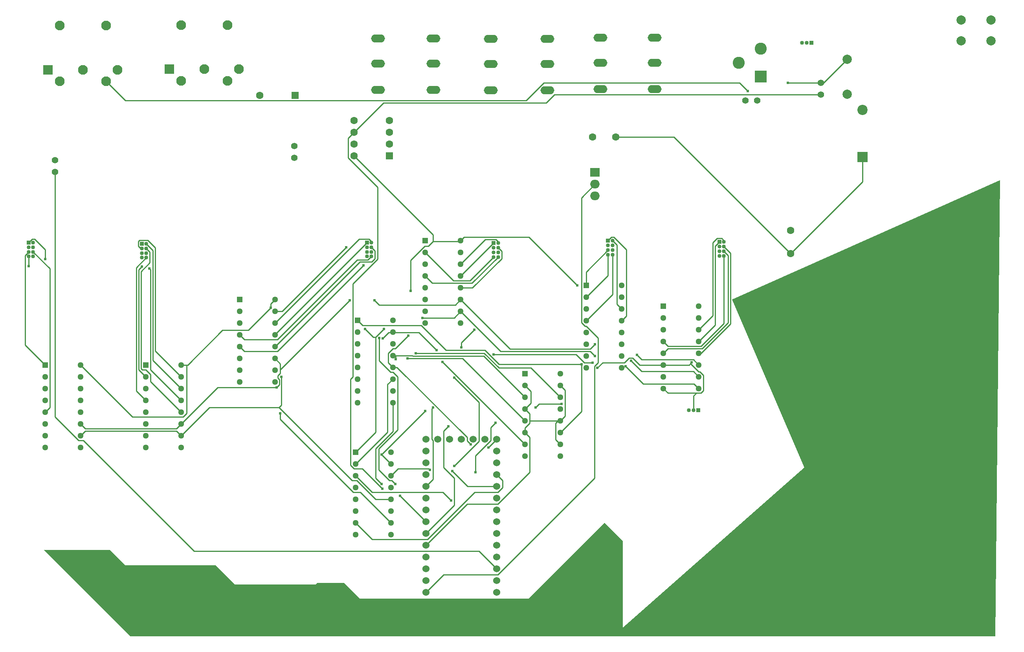
<source format=gtl>
G04 Layer: TopLayer*
G04 EasyEDA Pro v2.2.35.2, 2025-01-29 23:55:14*
G04 Gerber Generator version 0.3*
G04 Scale: 100 percent, Rotated: No, Reflected: No*
G04 Dimensions in millimeters*
G04 Leading zeros omitted, absolute positions, 4 integers and 5 decimals*
%FSLAX45Y45*%
%MOMM*%
%ADD10C,2.0*%
%ADD11C,1.2*%
%ADD12O,3.008X1.708*%
%ADD13R,1.2954X1.2954*%
%ADD14C,1.2954*%
%ADD15C,1.6*%
%ADD16C,1.4035*%
%ADD17C,1.4*%
%ADD18R,2.2X2.2*%
%ADD19C,2.2*%
%ADD20R,1.6X1.6*%
%ADD21R,2.6X2.6*%
%ADD22C,2.6*%
%ADD23C,1.53*%
%ADD24R,2.1X2.1*%
%ADD25C,2.1*%
%ADD26R,1.6X1.6*%
%ADD27R,2.0X1.905*%
%ADD28O,2.0X1.905*%
%ADD29R,0.85X0.85*%
%ADD30C,0.85*%
%ADD31R,0.85X0.85*%
%ADD32C,0.61*%
%ADD33C,0.254*%
G75*


G04 PolygonModel Start*
G36*
G01X13081000Y-13373100D02*
G01X16992600Y-9918700D01*
G01X15436137Y-6299200D01*
G01X21209000Y-3721100D01*
G01X21107400Y-13563600D01*
G01X2476500Y-13563600D01*
G01X609600Y-11696700D01*
G01X2032000Y-11696700D01*
G01X2362200Y-12026900D01*
G01X4305300Y-12026900D01*
G01X4724400Y-12446000D01*
G01X6464300Y-12446000D01*
G01X6502400Y-12407900D01*
G01X7073900Y-12407900D01*
G01X7416800Y-12750800D01*
G01X11049000Y-12750800D01*
G01X12687300Y-11112500D01*
G01X13081000Y-11506200D01*
G01X13081000Y-13373100D01*
G37*

G04 Pad Start*
G54D10*
G01X21020800Y-266700D03*
G01X20370800Y-266700D03*
G01X21020800Y-716700D03*
G01X20370800Y-716700D03*
G54D11*
G01X10301200Y-1216300D03*
G01X10171200Y-676300D03*
G01X10301200Y-1786300D03*
G01X10301200Y-676300D03*
G01X10171200Y-1216300D03*
G01X10171200Y-1786300D03*
G54D12*
G01X10236200Y-676300D03*
G01X10236200Y-1216300D03*
G01X10236200Y-1786300D03*
G54D13*
G01X7327900Y-9588500D03*
G54D14*
G01X7327900Y-9842500D03*
G01X7327900Y-10096500D03*
G01X7327900Y-10350500D03*
G01X7327900Y-10604500D03*
G01X7327900Y-10858500D03*
G01X7327900Y-11112500D03*
G01X7327900Y-11366500D03*
G01X8089900Y-11366500D03*
G01X8089900Y-11112500D03*
G01X8089900Y-10858500D03*
G01X8089900Y-10604500D03*
G01X8089900Y-10350500D03*
G01X8089900Y-10096500D03*
G01X8089900Y-9842500D03*
G01X8089900Y-9588500D03*
G54D10*
G01X17919700Y-1117600D03*
G01X17919700Y-1867600D03*
G54D15*
G01X12928600Y-2794000D03*
G01X12428600Y-2794000D03*
G01X16700500Y-5308600D03*
G01X16700500Y-4808600D03*
G54D17*
G01X6007100Y-3238500D03*
G01X6007100Y-2984500D03*
G54D18*
G01X18249900Y-3225800D03*
G54D19*
G01X18249900Y-2209800D03*
G54D20*
G01X6019800Y-1892300D03*
G54D15*
G01X5257800Y-1892300D03*
G54D21*
G01X16052800Y-1485900D03*
G54D22*
G01X16052800Y-885900D03*
G01X15582800Y-1185900D03*
G54D23*
G01X10363200Y-12357100D03*
G01X10363200Y-12103100D03*
G01X10363200Y-11849100D03*
G01X10363200Y-11595100D03*
G01X9855200Y-9309100D03*
G01X8839200Y-12103100D03*
G01X10363200Y-11341100D03*
G01X10363200Y-11087100D03*
G01X10363200Y-10833100D03*
G01X10363200Y-10579100D03*
G01X10363200Y-10325100D03*
G01X10363200Y-10071100D03*
G01X10363200Y-9817100D03*
G01X10363200Y-9563100D03*
G01X10363200Y-9309100D03*
G01X8839200Y-9309100D03*
G01X8839200Y-9563100D03*
G01X8839200Y-9817100D03*
G01X8839200Y-10071100D03*
G01X8839200Y-10325100D03*
G01X8839200Y-10579100D03*
G01X8839200Y-10833100D03*
G01X8839200Y-11087100D03*
G01X8839200Y-11341100D03*
G01X8839200Y-11595100D03*
G01X8839200Y-11849100D03*
G01X10363200Y-12611100D03*
G01X9601200Y-9309100D03*
G01X8839200Y-12357100D03*
G01X9093200Y-9309100D03*
G01X9347200Y-9309100D03*
G01X10109200Y-9309100D03*
G01X8839200Y-12611100D03*
G54D13*
G01X10972800Y-7899400D03*
G54D14*
G01X10972800Y-8153400D03*
G01X10972800Y-8407400D03*
G01X10972800Y-8661400D03*
G01X10972800Y-8915400D03*
G01X10972800Y-9169400D03*
G01X10972800Y-9423400D03*
G01X10972800Y-9677400D03*
G01X11734800Y-9677400D03*
G01X11734800Y-9423400D03*
G01X11734800Y-9169400D03*
G01X11734800Y-8915400D03*
G01X11734800Y-8661400D03*
G01X11734800Y-8407400D03*
G01X11734800Y-8153400D03*
G01X11734800Y-7899400D03*
G54D24*
G01X3314000Y-1325900D03*
G54D25*
G01X4064000Y-1325900D03*
G01X4814000Y-1325900D03*
G01X3564000Y-1575900D03*
G01X4564000Y-1575900D03*
G01X4564000Y-375900D03*
G01X3564000Y-375900D03*
G54D13*
G01X4826000Y-6299200D03*
G54D14*
G01X4826000Y-6553200D03*
G01X4826000Y-6807200D03*
G01X4826000Y-7061200D03*
G01X4826000Y-7315200D03*
G01X4826000Y-7569200D03*
G01X4826000Y-7823200D03*
G01X4826000Y-8077200D03*
G01X5588000Y-8077200D03*
G01X5588000Y-7823200D03*
G01X5588000Y-7569200D03*
G01X5588000Y-7315200D03*
G01X5588000Y-7061200D03*
G01X5588000Y-6807200D03*
G01X5588000Y-6553200D03*
G01X5588000Y-6299200D03*
G54D13*
G01X7366000Y-6743700D03*
G54D14*
G01X7366000Y-6997700D03*
G01X7366000Y-7251700D03*
G01X7366000Y-7505700D03*
G01X7366000Y-7759700D03*
G01X7366000Y-8013700D03*
G01X7366000Y-8267700D03*
G01X7366000Y-8521700D03*
G01X8128000Y-8521700D03*
G01X8128000Y-8267700D03*
G01X8128000Y-8013700D03*
G01X8128000Y-7759700D03*
G01X8128000Y-7505700D03*
G01X8128000Y-7251700D03*
G01X8128000Y-6997700D03*
G01X8128000Y-6743700D03*
G54D11*
G01X12663400Y-1190900D03*
G01X12533400Y-650900D03*
G01X12663400Y-1760900D03*
G01X12663400Y-650900D03*
G01X12533400Y-1190900D03*
G01X12533400Y-1760900D03*
G54D12*
G01X12598400Y-650900D03*
G01X12598400Y-1190900D03*
G01X12598400Y-1760900D03*
G54D13*
G01X2806700Y-7708900D03*
G54D14*
G01X2806700Y-7962900D03*
G01X2806700Y-8216900D03*
G01X2806700Y-8470900D03*
G01X2806700Y-8724900D03*
G01X2806700Y-8978900D03*
G01X2806700Y-9232900D03*
G01X2806700Y-9486900D03*
G01X3568700Y-9486900D03*
G01X3568700Y-9232900D03*
G01X3568700Y-8978900D03*
G01X3568700Y-8724900D03*
G01X3568700Y-8470900D03*
G01X3568700Y-8216900D03*
G01X3568700Y-7962900D03*
G01X3568700Y-7708900D03*
G54D11*
G01X13831800Y-1190900D03*
G01X13701800Y-650900D03*
G01X13831800Y-1760900D03*
G01X13831800Y-650900D03*
G01X13701800Y-1190900D03*
G01X13701800Y-1760900D03*
G54D12*
G01X13766800Y-650900D03*
G01X13766800Y-1190900D03*
G01X13766800Y-1760900D03*
G54D17*
G01X17348200Y-1625600D03*
G01X17348200Y-1879600D03*
G54D13*
G01X13957300Y-6438900D03*
G54D14*
G01X13957300Y-6692900D03*
G01X13957300Y-6946900D03*
G01X13957300Y-7200900D03*
G01X13957300Y-7454900D03*
G01X13957300Y-7708900D03*
G01X13957300Y-7962900D03*
G01X13957300Y-8216900D03*
G01X14719300Y-8216900D03*
G01X14719300Y-7962900D03*
G01X14719300Y-7708900D03*
G01X14719300Y-7454900D03*
G01X14719300Y-7200900D03*
G01X14719300Y-6946900D03*
G01X14719300Y-6692900D03*
G01X14719300Y-6438900D03*
G54D26*
G01X8051800Y-3200400D03*
G54D15*
G01X8051800Y-2946400D03*
G01X8051800Y-2692400D03*
G01X8051800Y-2438400D03*
G01X7289800Y-2438400D03*
G01X7289800Y-2692400D03*
G01X7289800Y-2946400D03*
G01X7289800Y-3200400D03*
G54D13*
G01X12293600Y-5994400D03*
G54D14*
G01X12293600Y-6248400D03*
G01X12293600Y-6502400D03*
G01X12293600Y-6756400D03*
G01X12293600Y-7010400D03*
G01X12293600Y-7264400D03*
G01X12293600Y-7518400D03*
G01X12293600Y-7772400D03*
G01X13055600Y-7772400D03*
G01X13055600Y-7518400D03*
G01X13055600Y-7264400D03*
G01X13055600Y-7010400D03*
G01X13055600Y-6756400D03*
G01X13055600Y-6502400D03*
G01X13055600Y-6248400D03*
G01X13055600Y-5994400D03*
G54D13*
G01X635000Y-7708900D03*
G54D14*
G01X635000Y-7962900D03*
G01X635000Y-8216900D03*
G01X635000Y-8470900D03*
G01X635000Y-8724900D03*
G01X635000Y-8978900D03*
G01X635000Y-9232900D03*
G01X635000Y-9486900D03*
G01X1397000Y-9486900D03*
G01X1397000Y-9232900D03*
G01X1397000Y-8978900D03*
G01X1397000Y-8724900D03*
G01X1397000Y-8470900D03*
G01X1397000Y-8216900D03*
G01X1397000Y-7962900D03*
G01X1397000Y-7708900D03*
G54D11*
G01X11520400Y-1216300D03*
G01X11390400Y-676300D03*
G01X11520400Y-1786300D03*
G01X11520400Y-676300D03*
G01X11390400Y-1216300D03*
G01X11390400Y-1786300D03*
G54D12*
G01X11455400Y-676300D03*
G01X11455400Y-1216300D03*
G01X11455400Y-1786300D03*
G54D13*
G01X8826500Y-5029200D03*
G54D14*
G01X8826500Y-5283200D03*
G01X8826500Y-5537200D03*
G01X8826500Y-5791200D03*
G01X8826500Y-6045200D03*
G01X8826500Y-6299200D03*
G01X8826500Y-6553200D03*
G01X8826500Y-6807200D03*
G01X9588500Y-6807200D03*
G01X9588500Y-6553200D03*
G01X9588500Y-6299200D03*
G01X9588500Y-6045200D03*
G01X9588500Y-5791200D03*
G01X9588500Y-5537200D03*
G01X9588500Y-5283200D03*
G01X9588500Y-5029200D03*
G54D24*
G01X697800Y-1338600D03*
G54D25*
G01X1447800Y-1338600D03*
G01X2197800Y-1338600D03*
G01X947800Y-1588600D03*
G01X1947800Y-1588600D03*
G01X1947800Y-388600D03*
G01X947800Y-388600D03*
G54D17*
G01X850900Y-3289300D03*
G01X850900Y-3543300D03*
G54D11*
G01X9069300Y-1203600D03*
G01X8939300Y-663600D03*
G01X9069300Y-1773600D03*
G01X9069300Y-663600D03*
G01X8939300Y-1203600D03*
G01X8939300Y-1773600D03*
G54D12*
G01X9004300Y-663600D03*
G01X9004300Y-1203600D03*
G01X9004300Y-1773600D03*
G54D27*
G01X12484100Y-3556000D03*
G54D28*
G01X12484100Y-3810000D03*
G01X12484100Y-4064000D03*
G54D11*
G01X7875500Y-1203600D03*
G01X7745500Y-663600D03*
G01X7875500Y-1773600D03*
G01X7875500Y-663600D03*
G01X7745500Y-1203600D03*
G01X7745500Y-1773600D03*
G54D12*
G01X7810500Y-663600D03*
G01X7810500Y-1203600D03*
G01X7810500Y-1773600D03*
G54D17*
G01X15722600Y-2006600D03*
G01X15976600Y-2006600D03*
G54D29*
G01X279400Y-5067300D03*
G54D30*
G01X379400Y-5067300D03*
G01X279400Y-5167300D03*
G01X379400Y-5167300D03*
G01X279400Y-5267300D03*
G01X379400Y-5267300D03*
G01X279400Y-5367300D03*
G01X379400Y-5367300D03*
G54D29*
G01X2717800Y-5092700D03*
G54D30*
G01X2817800Y-5092700D03*
G01X2717800Y-5192700D03*
G01X2817800Y-5192700D03*
G01X2717800Y-5292700D03*
G01X2817800Y-5292700D03*
G01X2717800Y-5392700D03*
G01X2817800Y-5392700D03*
G54D29*
G01X7569200Y-5067300D03*
G54D30*
G01X7669200Y-5067300D03*
G01X7569200Y-5167300D03*
G01X7669200Y-5167300D03*
G01X7569200Y-5267300D03*
G01X7669200Y-5267300D03*
G01X7569200Y-5367300D03*
G01X7669200Y-5367300D03*
G54D29*
G01X10299700Y-5080000D03*
G54D30*
G01X10399700Y-5080000D03*
G01X10299700Y-5180000D03*
G01X10399700Y-5180000D03*
G01X10299700Y-5280000D03*
G01X10399700Y-5280000D03*
G01X10299700Y-5380000D03*
G01X10399700Y-5380000D03*
G54D29*
G01X12763500Y-5029200D03*
G54D30*
G01X12863500Y-5029200D03*
G01X12763500Y-5129200D03*
G01X12863500Y-5129200D03*
G01X12763500Y-5229200D03*
G01X12863500Y-5229200D03*
G01X12763500Y-5329200D03*
G01X12863500Y-5329200D03*
G54D29*
G01X15163800Y-5054600D03*
G54D30*
G01X15263800Y-5054600D03*
G01X15163800Y-5154600D03*
G01X15263800Y-5154600D03*
G01X15163800Y-5254600D03*
G01X15263800Y-5254600D03*
G01X15163800Y-5354600D03*
G01X15263800Y-5354600D03*
G54D31*
G01X17145000Y-762000D03*
G54D30*
G01X17045000Y-762000D03*
G01X16945000Y-762000D03*
G54D31*
G01X14706600Y-8686800D03*
G54D30*
G01X14606600Y-8686800D03*
G01X14506600Y-8686800D03*
G04 Pad End*

G04 Via Start*
G54D32*
G01X9906000Y-10020300D03*
G01X10337800Y-8953500D03*
G01X11201400Y-8623300D03*
G01X11760200Y-8547100D03*
G01X7937500Y-6934200D03*
G01X8509000Y-6108700D03*
G01X7531100Y-6934200D03*
G01X5499100Y-6477000D03*
G01X12103100Y-5994400D03*
G01X16637000Y-1625600D03*
G01X9601200Y-7327900D03*
G01X9880600Y-6946900D03*
G01X9448800Y-7983900D03*
G01X9448800Y-9888900D03*
G01X8991600Y-8623300D03*
G01X8280400Y-10528300D03*
G01X8178800Y-10274300D03*
G01X7835900Y-7124700D03*
G01X9321800Y-9029700D03*
G01X635000Y-5422900D03*
G01X279400Y-5575300D03*
G01X2882900Y-5626100D03*
G01X2717800Y-5588000D03*
G01X7126300Y-5167300D03*
G01X7493000Y-5562600D03*
G01X14566900Y-7653400D03*
G01X12534900Y-7772400D03*
G01X9385300Y-10629900D03*
G01X9410700Y-9994900D03*
G01X8928100Y-9969500D03*
G01X10185400Y-9486900D03*
G01X7899400Y-10375900D03*
G01X7886700Y-10274300D03*
G01X5702300Y-8750300D03*
G01X5626100Y-8191500D03*
G01X7200900Y-6311900D03*
G01X7734300Y-6311900D03*
G01X12484100Y-7264400D03*
G01X13385800Y-7493000D03*
G01X5727700Y-7962900D03*
G01X8763000Y-6692900D03*
G01X12484100Y-7518400D03*
G01X13258800Y-7620000D03*
G01X7886700Y-9639300D03*
G01X8826500Y-8699500D03*
G01X10299700Y-7480300D03*
G01X12433300Y-7658100D03*
G01X13144500Y-7734300D03*
G01X8191500Y-7581900D03*
G01X8445500Y-7569200D03*
G01X9194800Y-7645400D03*
G01X9067800Y-7391400D03*
G01X7912100Y-7137400D03*
G01X9804400Y-9423400D03*
G01X8458200Y-7073900D03*
G01X12192000Y-7696200D03*
G01X8623300Y-7454900D03*
G01X15777000Y-1803400D03*
G04 Via End*

G04 Track Start*
G54D33*
G01X9906000Y-10020300D02*
G01X9906000Y-9664700D01*
G01X10236200Y-9334500D01*
G01X10236200Y-9055100D01*
G01X10337800Y-8953500D01*
G01X11201400Y-8623300D02*
G01X11277600Y-8547100D01*
G01X11760200Y-8547100D01*
G01X7327900Y-9588500D02*
G01X7759700Y-9156700D01*
G01X7759700Y-7112000D01*
G01X7937500Y-6934200D01*
G01X8509000Y-6108700D02*
G01X8509000Y-5448300D01*
G01X8813800Y-5143500D01*
G01X8890000Y-5143500D01*
G01X8991600Y-5041900D01*
G01X9575800Y-5041900D01*
G01X9588500Y-5029200D01*
G01X7759700Y-7112000D02*
G01X7708900Y-7112000D01*
G01X7531100Y-6934200D01*
G01X5499100Y-6477000D02*
G01X5499100Y-6388100D01*
G01X5588000Y-6299200D01*
G01X5499100Y-6477000D02*
G01X5016500Y-6959600D01*
G01X4457700Y-6959600D01*
G01X3708400Y-7708900D01*
G01X3683000Y-7708900D02*
G01X3683000Y-8750300D01*
G01X3606800Y-8826500D01*
G01X2514600Y-8826500D01*
G01X1397000Y-7708900D01*
G01X8991600Y-5041900D02*
G01X8991600Y-4902200D01*
G01X7289800Y-3200400D01*
G01X9588500Y-5029200D02*
G01X9664700Y-4953000D01*
G01X11061700Y-4953000D01*
G01X12103100Y-5994400D01*
G01X16637000Y-1625600D02*
G01X17348200Y-1625600D01*
G01X17411700Y-1625600D01*
G01X17919700Y-1117600D01*
G01X9601200Y-7327900D02*
G01X9601200Y-7226300D01*
G01X9880600Y-6946900D01*
G01X9448800Y-7983900D02*
G01X9982200Y-8517300D01*
G01X9982200Y-9355500D01*
G01X9448800Y-9888900D01*
G01X8839200Y-10325100D02*
G01X8991600Y-10172700D01*
G01X8991600Y-9334500D01*
G01X8966200Y-9309100D01*
G01X8966200Y-8648700D01*
G01X8991600Y-8623300D01*
G01X8839200Y-11087100D02*
G01X8280400Y-10528300D01*
G01X8178800Y-10274300D02*
G01X8102600Y-10198100D01*
G01X8051800Y-10198100D01*
G01X7823200Y-9969500D01*
G01X7823200Y-9512300D01*
G01X8229600Y-9105900D01*
G01X8229600Y-7962900D01*
G01X8128000Y-7861300D01*
G01X8077200Y-7861300D01*
G01X7835900Y-7620000D01*
G01X7835900Y-7124700D01*
G01X8839200Y-11341100D02*
G01X9448800Y-10731500D01*
G01X9448800Y-10147300D01*
G01X9220200Y-9918700D01*
G01X9220200Y-9131300D01*
G01X9321800Y-9029700D01*
G01X635000Y-5422900D02*
G01X635000Y-5219700D01*
G01X406400Y-4991100D01*
G01X355600Y-4991100D01*
G01X279400Y-5067300D01*
G01X635000Y-7708900D02*
G01X203200Y-7277100D01*
G01X203200Y-5343500D01*
G01X279400Y-5267300D01*
G01X635000Y-8724900D02*
G01X736600Y-8623300D01*
G01X736600Y-5624500D01*
G01X379400Y-5267300D01*
G01X279400Y-5575300D02*
G01X279400Y-5367300D01*
G01X3568700Y-8470900D02*
G01X2908300Y-7810500D01*
G01X2908300Y-5651500D01*
G01X2882900Y-5626100D01*
G01X3568700Y-8216900D02*
G01X2959100Y-7607300D01*
G01X2959100Y-5234000D01*
G01X2817800Y-5092700D01*
G01X3568700Y-7962900D02*
G01X3009900Y-7404100D01*
G01X3009900Y-5180000D01*
G01X2844800Y-5014900D01*
G01X2667000Y-5014900D01*
G01X2641600Y-5040300D01*
G01X2641600Y-5141900D01*
G01X2692400Y-5192700D01*
G01X2717800Y-5192700D01*
G01X3568700Y-8724900D02*
G01X2908300Y-8064500D01*
G01X2908300Y-7912100D01*
G01X2806700Y-7810500D01*
G01X2730500Y-7810500D01*
G01X2705100Y-7785100D01*
G01X2705100Y-5690758D01*
G01X2894000Y-5501858D01*
G01X2894000Y-5268900D01*
G01X2817800Y-5192700D01*
G01X2806700Y-7962900D02*
G01X2654300Y-7810500D01*
G01X2654300Y-5651500D01*
G01X2717800Y-5588000D01*
G01X2806700Y-8470900D02*
G01X2603500Y-8267700D01*
G01X2603500Y-5607000D01*
G01X2817800Y-5392700D01*
G01X5588000Y-7061200D02*
G01X5588000Y-7048500D01*
G01X7569200Y-5067300D01*
G01X5588000Y-6807200D02*
G01X7404100Y-4991100D01*
G01X7618400Y-4991100D01*
G01X7669200Y-5041900D01*
G01X7669200Y-5067300D01*
G01X5588000Y-6553200D02*
G01X5740400Y-6553200D01*
G01X7126300Y-5167300D01*
G01X5588000Y-7315200D02*
G01X7416800Y-5486400D01*
G01X7670800Y-5486400D01*
G01X7745400Y-5411800D01*
G01X7745400Y-5243500D01*
G01X7669200Y-5167300D01*
G01X4826000Y-7315200D02*
G01X4927600Y-7416800D01*
G01X5638800Y-7416800D01*
G01X7493000Y-5562600D01*
G01X4826000Y-7061200D02*
G01X4927600Y-7162800D01*
G01X5638800Y-7162800D01*
G01X7358100Y-5443500D01*
G01X7593000Y-5443500D01*
G01X7669200Y-5367300D01*
G01X9588500Y-5791200D02*
G01X10299700Y-5080000D01*
G01X9588500Y-5537200D02*
G01X10121900Y-5003800D01*
G01X10350500Y-5003800D01*
G01X10399700Y-5053000D01*
G01X10399700Y-5080000D01*
G01X9588500Y-6045200D02*
G01X9842500Y-6045200D01*
G01X10475900Y-5411800D01*
G01X10475900Y-5256200D01*
G01X10399700Y-5180000D01*
G01X8826500Y-5283200D02*
G01X9436100Y-5892800D01*
G01X9786900Y-5892800D01*
G01X10299700Y-5380000D01*
G01X8826500Y-5791200D02*
G01X8978900Y-5943600D01*
G01X9836100Y-5943600D01*
G01X10399700Y-5380000D01*
G01X13055600Y-6756400D02*
G01X13157200Y-6654800D01*
G01X13157200Y-5219700D01*
G01X12890500Y-4953000D01*
G01X12839700Y-4953000D01*
G01X12763500Y-5029200D01*
G01X13055600Y-6502400D02*
G01X12954000Y-6400800D01*
G01X12954000Y-5119700D01*
G01X12863500Y-5029200D01*
G01X12293600Y-5994400D02*
G01X12293600Y-5699100D01*
G01X12763500Y-5229200D01*
G01X12293600Y-6248400D02*
G01X12763500Y-5778500D01*
G01X12763500Y-5329200D01*
G01X12293600Y-6756400D02*
G01X12863500Y-6186500D01*
G01X12863500Y-5329200D01*
G01X14719300Y-7200900D02*
G01X15074900Y-6845300D01*
G01X15074900Y-5143500D01*
G01X15163800Y-5054600D01*
G01X14719300Y-6946900D02*
G01X15024100Y-6642100D01*
G01X15024100Y-5067300D01*
G01X15113000Y-4978400D01*
G01X15214600Y-4978400D01*
G01X15263800Y-5027600D01*
G01X15263800Y-5054600D01*
G01X14719300Y-7454900D02*
G01X14770100Y-7454900D01*
G01X15405100Y-6819900D01*
G01X15405100Y-5295900D01*
G01X15263800Y-5154600D01*
G01X13957300Y-7454900D02*
G01X14058900Y-7353300D01*
G01X14795500Y-7353300D01*
G01X15354300Y-6794500D01*
G01X15354300Y-5345100D01*
G01X15263800Y-5254600D01*
G01X13957300Y-7200900D02*
G01X14058900Y-7302500D01*
G01X14770100Y-7302500D01*
G01X15263800Y-6808800D01*
G01X15263800Y-5354600D01*
G01X14511400Y-7708900D02*
G01X13957300Y-7708900D01*
G01X14541500Y-7678800D02*
G01X14719300Y-7856600D01*
G01X14744700Y-7856600D01*
G01X14820900Y-7932800D01*
G01X14820900Y-8263000D01*
G01X14770100Y-8313800D01*
G01X14054200Y-8313800D02*
G01X13957300Y-8216900D01*
G01X14668500Y-8313800D02*
G01X14606600Y-8375700D01*
G01X14606600Y-8686800D01*
G01X13957300Y-7708900D02*
G01X13449300Y-7708900D01*
G01X13296900Y-7556500D01*
G01X13220700Y-7556500D01*
G01X13119100Y-7658100D01*
G01X12649200Y-7658100D01*
G01X12534900Y-7772400D01*
G01X7327900Y-10096500D02*
G01X7683500Y-10452100D01*
G01X9207500Y-10452100D01*
G01X9385300Y-10629900D01*
G01X9410700Y-9994900D02*
G01X9740900Y-10325100D01*
G01X10363200Y-10325100D01*
G01X7327900Y-11112500D02*
G01X7683500Y-11468100D01*
G01X8877300Y-11468100D01*
G01X9893300Y-10452100D01*
G01X10388600Y-10452100D01*
G01X10490200Y-10350500D01*
G01X10490200Y-10198100D01*
G01X10363200Y-10071100D01*
G01X8089900Y-10096500D02*
G01X8242300Y-9944100D01*
G01X8902700Y-9944100D01*
G01X8928100Y-9969500D01*
G01X10185400Y-9486900D02*
G01X10363200Y-9309100D01*
G01X7899400Y-10375900D02*
G01X7467600Y-9944100D01*
G01X7289800Y-9944100D01*
G01X7213600Y-9867900D01*
G01X7213600Y-8013700D01*
G01X7264400Y-7962900D01*
G01X7264400Y-5956300D01*
G01X7797800Y-5422900D01*
G01X7797800Y-3873500D01*
G01X7162800Y-3238500D01*
G01X7162800Y-2819400D01*
G01X7289800Y-2692400D01*
G01X7924800Y-2057400D01*
G01X11430000Y-2057400D01*
G01X11607800Y-1879600D01*
G01X17348200Y-1879600D01*
G01X10363200Y-12103100D02*
G01X9982200Y-11722100D01*
G01X3848100Y-11722100D01*
G01X1460500Y-9334500D01*
G01X1358900Y-9334500D01*
G01X850900Y-8826500D01*
G01X850900Y-3543300D01*
G01X7327900Y-9842500D02*
G01X8013700Y-9156700D01*
G01X8013700Y-8128000D01*
G01X8128000Y-8013700D01*
G01X7886700Y-10274300D02*
G01X7759700Y-10147300D01*
G01X7759700Y-9512300D01*
G01X8128000Y-9144000D01*
G01X8128000Y-8521700D01*
G01X8089900Y-11112500D02*
G01X7429500Y-10452100D01*
G01X7277100Y-10452100D01*
G01X5702300Y-8877300D01*
G01X5702300Y-8750300D01*
G01X5626100Y-8191500D02*
G01X5684520Y-8133080D01*
G01X5684520Y-8021320D01*
G01X5651500Y-7988300D01*
G01X5651500Y-7937500D01*
G01X5702300Y-7886700D01*
G01X5702300Y-7683500D02*
G01X5588000Y-7569200D01*
G01X5626100Y-8191500D02*
G01X4356100Y-8191500D01*
G01X3568700Y-8978900D01*
G01X3467100Y-9080500D01*
G01X1498600Y-9080500D01*
G01X1397000Y-8978900D01*
G01X5702300Y-7810500D02*
G01X7200900Y-6311900D01*
G01X7734300Y-6311900D02*
G01X7835900Y-6413500D01*
G01X9474200Y-6413500D01*
G01X9588500Y-6299200D01*
G01X10655300Y-7366000D01*
G01X12382500Y-7366000D01*
G01X12484100Y-7264400D01*
G01X13385800Y-7493000D02*
G01X13487400Y-7594600D01*
G01X14605000Y-7594600D01*
G01X14719300Y-7708900D01*
G01X8089900Y-10604500D02*
G01X7759700Y-10604500D01*
G01X7353300Y-10198100D01*
G01X7251700Y-10198100D01*
G01X5676900Y-8623300D01*
G01X5727700Y-8572500D01*
G01X5727700Y-7962900D01*
G01X5676900Y-8623300D02*
G01X4178300Y-8623300D01*
G01X3568700Y-9232900D01*
G01X3467100Y-9131300D01*
G01X1498600Y-9131300D01*
G01X1397000Y-9232900D01*
G01X8763000Y-6692900D02*
G01X9448800Y-6692900D01*
G01X9588500Y-6553200D01*
G01X10452100Y-7416800D01*
G01X12382500Y-7416800D01*
G01X12484100Y-7518400D01*
G01X13258800Y-7620000D02*
G01X13487400Y-7848600D01*
G01X14605000Y-7848600D01*
G01X14719300Y-7962900D01*
G01X8089900Y-9842500D02*
G01X7886700Y-9639300D01*
G01X8826500Y-8699500D01*
G01X10299700Y-7480300D02*
G01X12077700Y-7480300D01*
G01X12255500Y-7658100D01*
G01X12433300Y-7658100D01*
G01X13144500Y-7734300D02*
G01X13525500Y-8115300D01*
G01X14617700Y-8115300D01*
G01X14719300Y-8216900D01*
G01X10972800Y-8407400D02*
G01X10083800Y-7518400D01*
G01X8559800Y-7518400D01*
G01X8547100Y-7505700D01*
G01X8191500Y-7505700D02*
G01X8191500Y-7581900D01*
G01X10972800Y-8915400D02*
G01X9626600Y-7569200D01*
G01X8445500Y-7569200D01*
G01X10972800Y-9423400D02*
G01X9194800Y-7645400D01*
G01X9067800Y-7391400D02*
G01X8686800Y-7010400D01*
G01X8140700Y-7010400D01*
G01X8128000Y-6997700D01*
G01X8140700Y-7010400D02*
G01X8039100Y-7010400D01*
G01X7912100Y-7137400D01*
G01X9804400Y-9423400D02*
G01X9728200Y-9347200D01*
G01X9728200Y-9271000D01*
G01X8216900Y-7759700D01*
G01X8128000Y-7759700D01*
G01X8026400Y-7658100D01*
G01X8026400Y-7454900D01*
G01X8128000Y-7353300D01*
G01X8178800Y-7353300D01*
G01X8458200Y-7073900D01*
G01X11734800Y-9169400D02*
G01X12192000Y-8712200D01*
G01X12192000Y-7696200D01*
G01X10414000Y-7696200D01*
G01X10109200Y-7391400D01*
G01X9271000Y-7391400D01*
G01X8737600Y-6858000D01*
G01X7480300Y-6858000D01*
G01X7366000Y-6743700D01*
G01X11734800Y-8407400D02*
G01X11099800Y-7772400D01*
G01X10414000Y-7772400D01*
G01X10096500Y-7454900D01*
G01X8623300Y-7454900D01*
G01X8839200Y-11595100D02*
G01X9728200Y-10706100D01*
G01X10388600Y-10706100D01*
G01X11074400Y-10020300D01*
G01X11074400Y-9271000D01*
G01X10972800Y-9169400D01*
G01X10972800Y-9067800D01*
G01X11074400Y-8966200D01*
G01X11074400Y-8763000D02*
G01X10972800Y-8661400D01*
G01X11099800Y-8534400D01*
G01X11099800Y-8280400D01*
G01X10972800Y-8153400D01*
G01X11684000Y-8915400D02*
G01X11633200Y-8966200D01*
G01X11633200Y-9321800D01*
G01X11734800Y-9423400D01*
G01X11734800Y-8915400D02*
G01X11836400Y-8813800D01*
G01X11836400Y-8255000D01*
G01X11734800Y-8153400D01*
G01X12928600Y-2794000D02*
G01X14185900Y-2794000D01*
G01X16700500Y-5308600D01*
G01X18249900Y-3759200D01*
G01X18249900Y-3225800D01*
G01X1947800Y-1588600D02*
G01X2365800Y-2006600D01*
G01X11001800Y-2006600D01*
G01X11382800Y-1625600D01*
G01X15599200Y-1625600D01*
G01X15777000Y-1803400D01*
G01X8839200Y-12611100D02*
G01X9220200Y-12230100D01*
G01X10388600Y-12230100D01*
G01X12471400Y-10147300D01*
G01X12471400Y-7734300D01*
G01X12547600Y-7658100D01*
G01X12547600Y-7124700D01*
G01X12293600Y-6870700D01*
G01X12268200Y-6870700D01*
G01X12192000Y-6794500D01*
G01X12192000Y-4102100D01*
G01X12484100Y-3810000D01*
G01X3708400Y-7708900D02*
G01X3683000Y-7708900D01*
G01X3568700Y-7708900D01*
G01X14566900Y-7653400D02*
G01X14541500Y-7678800D01*
G01X14511400Y-7708900D01*
G01X14770100Y-8313800D02*
G01X14668500Y-8313800D01*
G01X14054200Y-8313800D01*
G01X5702300Y-7886700D02*
G01X5702300Y-7810500D01*
G01X5702300Y-7683500D01*
G01X8547100Y-7505700D02*
G01X8191500Y-7505700D01*
G01X8128000Y-7505700D01*
G01X11074400Y-8966200D02*
G01X11074400Y-8915400D01*
G01X11074400Y-8763000D01*
G01X11074400Y-8915400D02*
G01X11684000Y-8915400D01*
G01X11734800Y-8915400D01*
G04 Track End*

M02*


</source>
